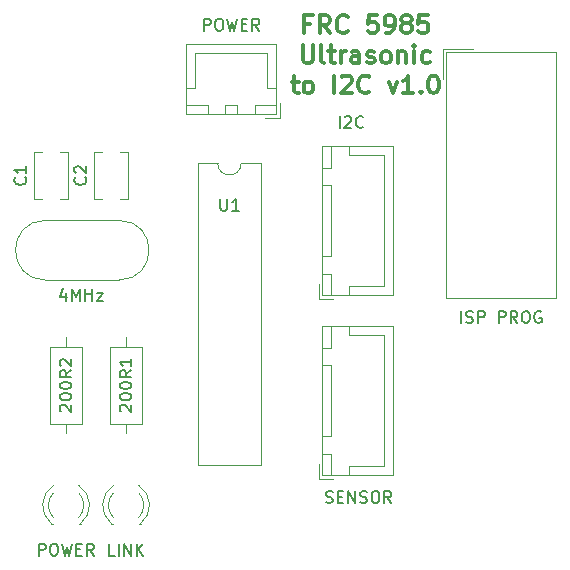
<source format=gbr>
G04 #@! TF.GenerationSoftware,KiCad,Pcbnew,(5.1.5)-3*
G04 #@! TF.CreationDate,2020-02-09T11:05:27+11:00*
G04 #@! TF.ProjectId,US_Board1,55535f42-6f61-4726-9431-2e6b69636164,rev?*
G04 #@! TF.SameCoordinates,Original*
G04 #@! TF.FileFunction,Legend,Top*
G04 #@! TF.FilePolarity,Positive*
%FSLAX46Y46*%
G04 Gerber Fmt 4.6, Leading zero omitted, Abs format (unit mm)*
G04 Created by KiCad (PCBNEW (5.1.5)-3) date 2020-02-09 11:05:27*
%MOMM*%
%LPD*%
G04 APERTURE LIST*
%ADD10C,0.300000*%
%ADD11C,0.120000*%
%ADD12C,0.150000*%
G04 APERTURE END LIST*
D10*
X148955714Y-76082857D02*
X148455714Y-76082857D01*
X148455714Y-76868571D02*
X148455714Y-75368571D01*
X149170000Y-75368571D01*
X150598571Y-76868571D02*
X150098571Y-76154285D01*
X149741428Y-76868571D02*
X149741428Y-75368571D01*
X150312857Y-75368571D01*
X150455714Y-75440000D01*
X150527142Y-75511428D01*
X150598571Y-75654285D01*
X150598571Y-75868571D01*
X150527142Y-76011428D01*
X150455714Y-76082857D01*
X150312857Y-76154285D01*
X149741428Y-76154285D01*
X152098571Y-76725714D02*
X152027142Y-76797142D01*
X151812857Y-76868571D01*
X151670000Y-76868571D01*
X151455714Y-76797142D01*
X151312857Y-76654285D01*
X151241428Y-76511428D01*
X151170000Y-76225714D01*
X151170000Y-76011428D01*
X151241428Y-75725714D01*
X151312857Y-75582857D01*
X151455714Y-75440000D01*
X151670000Y-75368571D01*
X151812857Y-75368571D01*
X152027142Y-75440000D01*
X152098571Y-75511428D01*
X154598571Y-75368571D02*
X153884285Y-75368571D01*
X153812857Y-76082857D01*
X153884285Y-76011428D01*
X154027142Y-75940000D01*
X154384285Y-75940000D01*
X154527142Y-76011428D01*
X154598571Y-76082857D01*
X154670000Y-76225714D01*
X154670000Y-76582857D01*
X154598571Y-76725714D01*
X154527142Y-76797142D01*
X154384285Y-76868571D01*
X154027142Y-76868571D01*
X153884285Y-76797142D01*
X153812857Y-76725714D01*
X155384285Y-76868571D02*
X155670000Y-76868571D01*
X155812857Y-76797142D01*
X155884285Y-76725714D01*
X156027142Y-76511428D01*
X156098571Y-76225714D01*
X156098571Y-75654285D01*
X156027142Y-75511428D01*
X155955714Y-75440000D01*
X155812857Y-75368571D01*
X155527142Y-75368571D01*
X155384285Y-75440000D01*
X155312857Y-75511428D01*
X155241428Y-75654285D01*
X155241428Y-76011428D01*
X155312857Y-76154285D01*
X155384285Y-76225714D01*
X155527142Y-76297142D01*
X155812857Y-76297142D01*
X155955714Y-76225714D01*
X156027142Y-76154285D01*
X156098571Y-76011428D01*
X156955714Y-76011428D02*
X156812857Y-75940000D01*
X156741428Y-75868571D01*
X156670000Y-75725714D01*
X156670000Y-75654285D01*
X156741428Y-75511428D01*
X156812857Y-75440000D01*
X156955714Y-75368571D01*
X157241428Y-75368571D01*
X157384285Y-75440000D01*
X157455714Y-75511428D01*
X157527142Y-75654285D01*
X157527142Y-75725714D01*
X157455714Y-75868571D01*
X157384285Y-75940000D01*
X157241428Y-76011428D01*
X156955714Y-76011428D01*
X156812857Y-76082857D01*
X156741428Y-76154285D01*
X156670000Y-76297142D01*
X156670000Y-76582857D01*
X156741428Y-76725714D01*
X156812857Y-76797142D01*
X156955714Y-76868571D01*
X157241428Y-76868571D01*
X157384285Y-76797142D01*
X157455714Y-76725714D01*
X157527142Y-76582857D01*
X157527142Y-76297142D01*
X157455714Y-76154285D01*
X157384285Y-76082857D01*
X157241428Y-76011428D01*
X158884285Y-75368571D02*
X158170000Y-75368571D01*
X158098571Y-76082857D01*
X158170000Y-76011428D01*
X158312857Y-75940000D01*
X158670000Y-75940000D01*
X158812857Y-76011428D01*
X158884285Y-76082857D01*
X158955714Y-76225714D01*
X158955714Y-76582857D01*
X158884285Y-76725714D01*
X158812857Y-76797142D01*
X158670000Y-76868571D01*
X158312857Y-76868571D01*
X158170000Y-76797142D01*
X158098571Y-76725714D01*
X148312857Y-77918571D02*
X148312857Y-79132857D01*
X148384285Y-79275714D01*
X148455714Y-79347142D01*
X148598571Y-79418571D01*
X148884285Y-79418571D01*
X149027142Y-79347142D01*
X149098571Y-79275714D01*
X149170000Y-79132857D01*
X149170000Y-77918571D01*
X150098571Y-79418571D02*
X149955714Y-79347142D01*
X149884285Y-79204285D01*
X149884285Y-77918571D01*
X150455714Y-78418571D02*
X151027142Y-78418571D01*
X150670000Y-77918571D02*
X150670000Y-79204285D01*
X150741428Y-79347142D01*
X150884285Y-79418571D01*
X151027142Y-79418571D01*
X151527142Y-79418571D02*
X151527142Y-78418571D01*
X151527142Y-78704285D02*
X151598571Y-78561428D01*
X151670000Y-78490000D01*
X151812857Y-78418571D01*
X151955714Y-78418571D01*
X153098571Y-79418571D02*
X153098571Y-78632857D01*
X153027142Y-78490000D01*
X152884285Y-78418571D01*
X152598571Y-78418571D01*
X152455714Y-78490000D01*
X153098571Y-79347142D02*
X152955714Y-79418571D01*
X152598571Y-79418571D01*
X152455714Y-79347142D01*
X152384285Y-79204285D01*
X152384285Y-79061428D01*
X152455714Y-78918571D01*
X152598571Y-78847142D01*
X152955714Y-78847142D01*
X153098571Y-78775714D01*
X153741428Y-79347142D02*
X153884285Y-79418571D01*
X154170000Y-79418571D01*
X154312857Y-79347142D01*
X154384285Y-79204285D01*
X154384285Y-79132857D01*
X154312857Y-78990000D01*
X154170000Y-78918571D01*
X153955714Y-78918571D01*
X153812857Y-78847142D01*
X153741428Y-78704285D01*
X153741428Y-78632857D01*
X153812857Y-78490000D01*
X153955714Y-78418571D01*
X154170000Y-78418571D01*
X154312857Y-78490000D01*
X155241428Y-79418571D02*
X155098571Y-79347142D01*
X155027142Y-79275714D01*
X154955714Y-79132857D01*
X154955714Y-78704285D01*
X155027142Y-78561428D01*
X155098571Y-78490000D01*
X155241428Y-78418571D01*
X155455714Y-78418571D01*
X155598571Y-78490000D01*
X155670000Y-78561428D01*
X155741428Y-78704285D01*
X155741428Y-79132857D01*
X155670000Y-79275714D01*
X155598571Y-79347142D01*
X155455714Y-79418571D01*
X155241428Y-79418571D01*
X156384285Y-78418571D02*
X156384285Y-79418571D01*
X156384285Y-78561428D02*
X156455714Y-78490000D01*
X156598571Y-78418571D01*
X156812857Y-78418571D01*
X156955714Y-78490000D01*
X157027142Y-78632857D01*
X157027142Y-79418571D01*
X157741428Y-79418571D02*
X157741428Y-78418571D01*
X157741428Y-77918571D02*
X157670000Y-77990000D01*
X157741428Y-78061428D01*
X157812857Y-77990000D01*
X157741428Y-77918571D01*
X157741428Y-78061428D01*
X159098571Y-79347142D02*
X158955714Y-79418571D01*
X158670000Y-79418571D01*
X158527142Y-79347142D01*
X158455714Y-79275714D01*
X158384285Y-79132857D01*
X158384285Y-78704285D01*
X158455714Y-78561428D01*
X158527142Y-78490000D01*
X158670000Y-78418571D01*
X158955714Y-78418571D01*
X159098571Y-78490000D01*
X147384285Y-80968571D02*
X147955714Y-80968571D01*
X147598571Y-80468571D02*
X147598571Y-81754285D01*
X147670000Y-81897142D01*
X147812857Y-81968571D01*
X147955714Y-81968571D01*
X148670000Y-81968571D02*
X148527142Y-81897142D01*
X148455714Y-81825714D01*
X148384285Y-81682857D01*
X148384285Y-81254285D01*
X148455714Y-81111428D01*
X148527142Y-81040000D01*
X148670000Y-80968571D01*
X148884285Y-80968571D01*
X149027142Y-81040000D01*
X149098571Y-81111428D01*
X149170000Y-81254285D01*
X149170000Y-81682857D01*
X149098571Y-81825714D01*
X149027142Y-81897142D01*
X148884285Y-81968571D01*
X148670000Y-81968571D01*
X150955714Y-81968571D02*
X150955714Y-80468571D01*
X151598571Y-80611428D02*
X151670000Y-80540000D01*
X151812857Y-80468571D01*
X152170000Y-80468571D01*
X152312857Y-80540000D01*
X152384285Y-80611428D01*
X152455714Y-80754285D01*
X152455714Y-80897142D01*
X152384285Y-81111428D01*
X151527142Y-81968571D01*
X152455714Y-81968571D01*
X153955714Y-81825714D02*
X153884285Y-81897142D01*
X153670000Y-81968571D01*
X153527142Y-81968571D01*
X153312857Y-81897142D01*
X153170000Y-81754285D01*
X153098571Y-81611428D01*
X153027142Y-81325714D01*
X153027142Y-81111428D01*
X153098571Y-80825714D01*
X153170000Y-80682857D01*
X153312857Y-80540000D01*
X153527142Y-80468571D01*
X153670000Y-80468571D01*
X153884285Y-80540000D01*
X153955714Y-80611428D01*
X155598571Y-80968571D02*
X155955714Y-81968571D01*
X156312857Y-80968571D01*
X157670000Y-81968571D02*
X156812857Y-81968571D01*
X157241428Y-81968571D02*
X157241428Y-80468571D01*
X157098571Y-80682857D01*
X156955714Y-80825714D01*
X156812857Y-80897142D01*
X158312857Y-81825714D02*
X158384285Y-81897142D01*
X158312857Y-81968571D01*
X158241428Y-81897142D01*
X158312857Y-81825714D01*
X158312857Y-81968571D01*
X159312857Y-80468571D02*
X159455714Y-80468571D01*
X159598571Y-80540000D01*
X159670000Y-80611428D01*
X159741428Y-80754285D01*
X159812857Y-81040000D01*
X159812857Y-81397142D01*
X159741428Y-81682857D01*
X159670000Y-81825714D01*
X159598571Y-81897142D01*
X159455714Y-81968571D01*
X159312857Y-81968571D01*
X159170000Y-81897142D01*
X159098571Y-81825714D01*
X159027142Y-81682857D01*
X158955714Y-81397142D01*
X158955714Y-81040000D01*
X159027142Y-80754285D01*
X159098571Y-80611428D01*
X159170000Y-80540000D01*
X159312857Y-80468571D01*
D11*
X128270000Y-102640000D02*
X128270000Y-103410000D01*
X128270000Y-110720000D02*
X128270000Y-109950000D01*
X126900000Y-103410000D02*
X126900000Y-109950000D01*
X129640000Y-103410000D02*
X126900000Y-103410000D01*
X129640000Y-109950000D02*
X129640000Y-103410000D01*
X126900000Y-109950000D02*
X129640000Y-109950000D01*
X131980000Y-109950000D02*
X134720000Y-109950000D01*
X134720000Y-109950000D02*
X134720000Y-103410000D01*
X134720000Y-103410000D02*
X131980000Y-103410000D01*
X131980000Y-103410000D02*
X131980000Y-109950000D01*
X133350000Y-110720000D02*
X133350000Y-109950000D01*
X133350000Y-102640000D02*
X133350000Y-103410000D01*
X126515000Y-92725000D02*
X132765000Y-92725000D01*
X126515000Y-97775000D02*
X132765000Y-97775000D01*
X126515000Y-97775000D02*
G75*
G02X126515000Y-92725000I0J2525000D01*
G01*
X132765000Y-97775000D02*
G75*
G03X132765000Y-92725000I0J2525000D01*
G01*
X125580000Y-90940000D02*
X125580000Y-86900000D01*
X128420000Y-90940000D02*
X128420000Y-86900000D01*
X125580000Y-90940000D02*
X126205000Y-90940000D01*
X127795000Y-90940000D02*
X128420000Y-90940000D01*
X125580000Y-86900000D02*
X126205000Y-86900000D01*
X127795000Y-86900000D02*
X128420000Y-86900000D01*
X132875000Y-86900000D02*
X133500000Y-86900000D01*
X130660000Y-86900000D02*
X131285000Y-86900000D01*
X132875000Y-90940000D02*
X133500000Y-90940000D01*
X130660000Y-90940000D02*
X131285000Y-90940000D01*
X133500000Y-90940000D02*
X133500000Y-86900000D01*
X130660000Y-90940000D02*
X130660000Y-86900000D01*
X149940000Y-99080000D02*
X155910000Y-99080000D01*
X155910000Y-99080000D02*
X155910000Y-86460000D01*
X155910000Y-86460000D02*
X149940000Y-86460000D01*
X149940000Y-86460000D02*
X149940000Y-99080000D01*
X149950000Y-95770000D02*
X150700000Y-95770000D01*
X150700000Y-95770000D02*
X150700000Y-89770000D01*
X150700000Y-89770000D02*
X149950000Y-89770000D01*
X149950000Y-89770000D02*
X149950000Y-95770000D01*
X149950000Y-99070000D02*
X150700000Y-99070000D01*
X150700000Y-99070000D02*
X150700000Y-97270000D01*
X150700000Y-97270000D02*
X149950000Y-97270000D01*
X149950000Y-97270000D02*
X149950000Y-99070000D01*
X149950000Y-88270000D02*
X150700000Y-88270000D01*
X150700000Y-88270000D02*
X150700000Y-86470000D01*
X150700000Y-86470000D02*
X149950000Y-86470000D01*
X149950000Y-86470000D02*
X149950000Y-88270000D01*
X152200000Y-99070000D02*
X152200000Y-98320000D01*
X152200000Y-98320000D02*
X155150000Y-98320000D01*
X155150000Y-98320000D02*
X155150000Y-92770000D01*
X152200000Y-86470000D02*
X152200000Y-87220000D01*
X152200000Y-87220000D02*
X155150000Y-87220000D01*
X155150000Y-87220000D02*
X155150000Y-92770000D01*
X149650000Y-98120000D02*
X149650000Y-99370000D01*
X149650000Y-99370000D02*
X150900000Y-99370000D01*
X169775000Y-78470000D02*
X169775000Y-99330000D01*
X169775000Y-99330000D02*
X160425000Y-99330000D01*
X160425000Y-99330000D02*
X160425000Y-78470000D01*
X160425000Y-78470000D02*
X169775000Y-78470000D01*
X160175000Y-78220000D02*
X160175000Y-80760000D01*
X160175000Y-78220000D02*
X162715000Y-78220000D01*
X132271392Y-115167665D02*
G75*
G03X132114484Y-118400000I1078608J-1672335D01*
G01*
X134428608Y-115167665D02*
G75*
G02X134585516Y-118400000I-1078608J-1672335D01*
G01*
X132270163Y-115798870D02*
G75*
G03X132270000Y-117880961I1079837J-1041130D01*
G01*
X134429837Y-115798870D02*
G75*
G02X134430000Y-117880961I-1079837J-1041130D01*
G01*
X132114000Y-118400000D02*
X132270000Y-118400000D01*
X134430000Y-118400000D02*
X134586000Y-118400000D01*
X146070000Y-83740000D02*
X146070000Y-77770000D01*
X146070000Y-77770000D02*
X138450000Y-77770000D01*
X138450000Y-77770000D02*
X138450000Y-83740000D01*
X138450000Y-83740000D02*
X146070000Y-83740000D01*
X142760000Y-83730000D02*
X142760000Y-82980000D01*
X142760000Y-82980000D02*
X141760000Y-82980000D01*
X141760000Y-82980000D02*
X141760000Y-83730000D01*
X141760000Y-83730000D02*
X142760000Y-83730000D01*
X146060000Y-83730000D02*
X146060000Y-82980000D01*
X146060000Y-82980000D02*
X144260000Y-82980000D01*
X144260000Y-82980000D02*
X144260000Y-83730000D01*
X144260000Y-83730000D02*
X146060000Y-83730000D01*
X140260000Y-83730000D02*
X140260000Y-82980000D01*
X140260000Y-82980000D02*
X138460000Y-82980000D01*
X138460000Y-82980000D02*
X138460000Y-83730000D01*
X138460000Y-83730000D02*
X140260000Y-83730000D01*
X146060000Y-81480000D02*
X145310000Y-81480000D01*
X145310000Y-81480000D02*
X145310000Y-78530000D01*
X145310000Y-78530000D02*
X142260000Y-78530000D01*
X138460000Y-81480000D02*
X139210000Y-81480000D01*
X139210000Y-81480000D02*
X139210000Y-78530000D01*
X139210000Y-78530000D02*
X142260000Y-78530000D01*
X145110000Y-84030000D02*
X146360000Y-84030000D01*
X146360000Y-84030000D02*
X146360000Y-82780000D01*
X129350000Y-118400000D02*
X129506000Y-118400000D01*
X127034000Y-118400000D02*
X127190000Y-118400000D01*
X129349837Y-115798870D02*
G75*
G02X129350000Y-117880961I-1079837J-1041130D01*
G01*
X127190163Y-115798870D02*
G75*
G03X127190000Y-117880961I1079837J-1041130D01*
G01*
X129348608Y-115167665D02*
G75*
G02X129505516Y-118400000I-1078608J-1672335D01*
G01*
X127191392Y-115167665D02*
G75*
G03X127034484Y-118400000I1078608J-1672335D01*
G01*
X143095001Y-87875001D02*
G75*
G02X141095001Y-87875001I-1000000J0D01*
G01*
X141095001Y-87875001D02*
X139445001Y-87875001D01*
X139445001Y-87875001D02*
X139445001Y-113395001D01*
X139445001Y-113395001D02*
X144745001Y-113395001D01*
X144745001Y-113395001D02*
X144745001Y-87875001D01*
X144745001Y-87875001D02*
X143095001Y-87875001D01*
X149650000Y-114610000D02*
X150900000Y-114610000D01*
X149650000Y-113360000D02*
X149650000Y-114610000D01*
X155150000Y-102460000D02*
X155150000Y-108010000D01*
X152200000Y-102460000D02*
X155150000Y-102460000D01*
X152200000Y-101710000D02*
X152200000Y-102460000D01*
X155150000Y-113560000D02*
X155150000Y-108010000D01*
X152200000Y-113560000D02*
X155150000Y-113560000D01*
X152200000Y-114310000D02*
X152200000Y-113560000D01*
X149950000Y-101710000D02*
X149950000Y-103510000D01*
X150700000Y-101710000D02*
X149950000Y-101710000D01*
X150700000Y-103510000D02*
X150700000Y-101710000D01*
X149950000Y-103510000D02*
X150700000Y-103510000D01*
X149950000Y-112510000D02*
X149950000Y-114310000D01*
X150700000Y-112510000D02*
X149950000Y-112510000D01*
X150700000Y-114310000D02*
X150700000Y-112510000D01*
X149950000Y-114310000D02*
X150700000Y-114310000D01*
X149950000Y-105010000D02*
X149950000Y-111010000D01*
X150700000Y-105010000D02*
X149950000Y-105010000D01*
X150700000Y-111010000D02*
X150700000Y-105010000D01*
X149950000Y-111010000D02*
X150700000Y-111010000D01*
X149940000Y-101700000D02*
X149940000Y-114320000D01*
X155910000Y-101700000D02*
X149940000Y-101700000D01*
X155910000Y-114320000D02*
X155910000Y-101700000D01*
X149940000Y-114320000D02*
X155910000Y-114320000D01*
D12*
X127817619Y-108894285D02*
X127770000Y-108846666D01*
X127722380Y-108751428D01*
X127722380Y-108513333D01*
X127770000Y-108418095D01*
X127817619Y-108370476D01*
X127912857Y-108322857D01*
X128008095Y-108322857D01*
X128150952Y-108370476D01*
X128722380Y-108941904D01*
X128722380Y-108322857D01*
X127722380Y-107703809D02*
X127722380Y-107608571D01*
X127770000Y-107513333D01*
X127817619Y-107465714D01*
X127912857Y-107418095D01*
X128103333Y-107370476D01*
X128341428Y-107370476D01*
X128531904Y-107418095D01*
X128627142Y-107465714D01*
X128674761Y-107513333D01*
X128722380Y-107608571D01*
X128722380Y-107703809D01*
X128674761Y-107799047D01*
X128627142Y-107846666D01*
X128531904Y-107894285D01*
X128341428Y-107941904D01*
X128103333Y-107941904D01*
X127912857Y-107894285D01*
X127817619Y-107846666D01*
X127770000Y-107799047D01*
X127722380Y-107703809D01*
X127722380Y-106751428D02*
X127722380Y-106656190D01*
X127770000Y-106560952D01*
X127817619Y-106513333D01*
X127912857Y-106465714D01*
X128103333Y-106418095D01*
X128341428Y-106418095D01*
X128531904Y-106465714D01*
X128627142Y-106513333D01*
X128674761Y-106560952D01*
X128722380Y-106656190D01*
X128722380Y-106751428D01*
X128674761Y-106846666D01*
X128627142Y-106894285D01*
X128531904Y-106941904D01*
X128341428Y-106989523D01*
X128103333Y-106989523D01*
X127912857Y-106941904D01*
X127817619Y-106894285D01*
X127770000Y-106846666D01*
X127722380Y-106751428D01*
X128722380Y-105418095D02*
X128246190Y-105751428D01*
X128722380Y-105989523D02*
X127722380Y-105989523D01*
X127722380Y-105608571D01*
X127770000Y-105513333D01*
X127817619Y-105465714D01*
X127912857Y-105418095D01*
X128055714Y-105418095D01*
X128150952Y-105465714D01*
X128198571Y-105513333D01*
X128246190Y-105608571D01*
X128246190Y-105989523D01*
X127817619Y-105037142D02*
X127770000Y-104989523D01*
X127722380Y-104894285D01*
X127722380Y-104656190D01*
X127770000Y-104560952D01*
X127817619Y-104513333D01*
X127912857Y-104465714D01*
X128008095Y-104465714D01*
X128150952Y-104513333D01*
X128722380Y-105084761D01*
X128722380Y-104465714D01*
X132897619Y-108894285D02*
X132850000Y-108846666D01*
X132802380Y-108751428D01*
X132802380Y-108513333D01*
X132850000Y-108418095D01*
X132897619Y-108370476D01*
X132992857Y-108322857D01*
X133088095Y-108322857D01*
X133230952Y-108370476D01*
X133802380Y-108941904D01*
X133802380Y-108322857D01*
X132802380Y-107703809D02*
X132802380Y-107608571D01*
X132850000Y-107513333D01*
X132897619Y-107465714D01*
X132992857Y-107418095D01*
X133183333Y-107370476D01*
X133421428Y-107370476D01*
X133611904Y-107418095D01*
X133707142Y-107465714D01*
X133754761Y-107513333D01*
X133802380Y-107608571D01*
X133802380Y-107703809D01*
X133754761Y-107799047D01*
X133707142Y-107846666D01*
X133611904Y-107894285D01*
X133421428Y-107941904D01*
X133183333Y-107941904D01*
X132992857Y-107894285D01*
X132897619Y-107846666D01*
X132850000Y-107799047D01*
X132802380Y-107703809D01*
X132802380Y-106751428D02*
X132802380Y-106656190D01*
X132850000Y-106560952D01*
X132897619Y-106513333D01*
X132992857Y-106465714D01*
X133183333Y-106418095D01*
X133421428Y-106418095D01*
X133611904Y-106465714D01*
X133707142Y-106513333D01*
X133754761Y-106560952D01*
X133802380Y-106656190D01*
X133802380Y-106751428D01*
X133754761Y-106846666D01*
X133707142Y-106894285D01*
X133611904Y-106941904D01*
X133421428Y-106989523D01*
X133183333Y-106989523D01*
X132992857Y-106941904D01*
X132897619Y-106894285D01*
X132850000Y-106846666D01*
X132802380Y-106751428D01*
X133802380Y-105418095D02*
X133326190Y-105751428D01*
X133802380Y-105989523D02*
X132802380Y-105989523D01*
X132802380Y-105608571D01*
X132850000Y-105513333D01*
X132897619Y-105465714D01*
X132992857Y-105418095D01*
X133135714Y-105418095D01*
X133230952Y-105465714D01*
X133278571Y-105513333D01*
X133326190Y-105608571D01*
X133326190Y-105989523D01*
X133802380Y-104465714D02*
X133802380Y-105037142D01*
X133802380Y-104751428D02*
X132802380Y-104751428D01*
X132945238Y-104846666D01*
X133040476Y-104941904D01*
X133088095Y-105037142D01*
X128230476Y-98845714D02*
X128230476Y-99512380D01*
X127992380Y-98464761D02*
X127754285Y-99179047D01*
X128373333Y-99179047D01*
X128754285Y-99512380D02*
X128754285Y-98512380D01*
X129087619Y-99226666D01*
X129420952Y-98512380D01*
X129420952Y-99512380D01*
X129897142Y-99512380D02*
X129897142Y-98512380D01*
X129897142Y-98988571D02*
X130468571Y-98988571D01*
X130468571Y-99512380D02*
X130468571Y-98512380D01*
X130849523Y-98845714D02*
X131373333Y-98845714D01*
X130849523Y-99512380D01*
X131373333Y-99512380D01*
X124807142Y-89086666D02*
X124854761Y-89134285D01*
X124902380Y-89277142D01*
X124902380Y-89372380D01*
X124854761Y-89515238D01*
X124759523Y-89610476D01*
X124664285Y-89658095D01*
X124473809Y-89705714D01*
X124330952Y-89705714D01*
X124140476Y-89658095D01*
X124045238Y-89610476D01*
X123950000Y-89515238D01*
X123902380Y-89372380D01*
X123902380Y-89277142D01*
X123950000Y-89134285D01*
X123997619Y-89086666D01*
X124902380Y-88134285D02*
X124902380Y-88705714D01*
X124902380Y-88420000D02*
X123902380Y-88420000D01*
X124045238Y-88515238D01*
X124140476Y-88610476D01*
X124188095Y-88705714D01*
X129887142Y-89086666D02*
X129934761Y-89134285D01*
X129982380Y-89277142D01*
X129982380Y-89372380D01*
X129934761Y-89515238D01*
X129839523Y-89610476D01*
X129744285Y-89658095D01*
X129553809Y-89705714D01*
X129410952Y-89705714D01*
X129220476Y-89658095D01*
X129125238Y-89610476D01*
X129030000Y-89515238D01*
X128982380Y-89372380D01*
X128982380Y-89277142D01*
X129030000Y-89134285D01*
X129077619Y-89086666D01*
X129077619Y-88705714D02*
X129030000Y-88658095D01*
X128982380Y-88562857D01*
X128982380Y-88324761D01*
X129030000Y-88229523D01*
X129077619Y-88181904D01*
X129172857Y-88134285D01*
X129268095Y-88134285D01*
X129410952Y-88181904D01*
X129982380Y-88753333D01*
X129982380Y-88134285D01*
X151423809Y-84907380D02*
X151423809Y-83907380D01*
X151852380Y-84002619D02*
X151900000Y-83955000D01*
X151995238Y-83907380D01*
X152233333Y-83907380D01*
X152328571Y-83955000D01*
X152376190Y-84002619D01*
X152423809Y-84097857D01*
X152423809Y-84193095D01*
X152376190Y-84335952D01*
X151804761Y-84907380D01*
X152423809Y-84907380D01*
X153423809Y-84812142D02*
X153376190Y-84859761D01*
X153233333Y-84907380D01*
X153138095Y-84907380D01*
X152995238Y-84859761D01*
X152900000Y-84764523D01*
X152852380Y-84669285D01*
X152804761Y-84478809D01*
X152804761Y-84335952D01*
X152852380Y-84145476D01*
X152900000Y-84050238D01*
X152995238Y-83955000D01*
X153138095Y-83907380D01*
X153233333Y-83907380D01*
X153376190Y-83955000D01*
X153423809Y-84002619D01*
X161719047Y-101417380D02*
X161719047Y-100417380D01*
X162147619Y-101369761D02*
X162290476Y-101417380D01*
X162528571Y-101417380D01*
X162623809Y-101369761D01*
X162671428Y-101322142D01*
X162719047Y-101226904D01*
X162719047Y-101131666D01*
X162671428Y-101036428D01*
X162623809Y-100988809D01*
X162528571Y-100941190D01*
X162338095Y-100893571D01*
X162242857Y-100845952D01*
X162195238Y-100798333D01*
X162147619Y-100703095D01*
X162147619Y-100607857D01*
X162195238Y-100512619D01*
X162242857Y-100465000D01*
X162338095Y-100417380D01*
X162576190Y-100417380D01*
X162719047Y-100465000D01*
X163147619Y-101417380D02*
X163147619Y-100417380D01*
X163528571Y-100417380D01*
X163623809Y-100465000D01*
X163671428Y-100512619D01*
X163719047Y-100607857D01*
X163719047Y-100750714D01*
X163671428Y-100845952D01*
X163623809Y-100893571D01*
X163528571Y-100941190D01*
X163147619Y-100941190D01*
X164909523Y-101417380D02*
X164909523Y-100417380D01*
X165290476Y-100417380D01*
X165385714Y-100465000D01*
X165433333Y-100512619D01*
X165480952Y-100607857D01*
X165480952Y-100750714D01*
X165433333Y-100845952D01*
X165385714Y-100893571D01*
X165290476Y-100941190D01*
X164909523Y-100941190D01*
X166480952Y-101417380D02*
X166147619Y-100941190D01*
X165909523Y-101417380D02*
X165909523Y-100417380D01*
X166290476Y-100417380D01*
X166385714Y-100465000D01*
X166433333Y-100512619D01*
X166480952Y-100607857D01*
X166480952Y-100750714D01*
X166433333Y-100845952D01*
X166385714Y-100893571D01*
X166290476Y-100941190D01*
X165909523Y-100941190D01*
X167100000Y-100417380D02*
X167290476Y-100417380D01*
X167385714Y-100465000D01*
X167480952Y-100560238D01*
X167528571Y-100750714D01*
X167528571Y-101084047D01*
X167480952Y-101274523D01*
X167385714Y-101369761D01*
X167290476Y-101417380D01*
X167100000Y-101417380D01*
X167004761Y-101369761D01*
X166909523Y-101274523D01*
X166861904Y-101084047D01*
X166861904Y-100750714D01*
X166909523Y-100560238D01*
X167004761Y-100465000D01*
X167100000Y-100417380D01*
X168480952Y-100465000D02*
X168385714Y-100417380D01*
X168242857Y-100417380D01*
X168100000Y-100465000D01*
X168004761Y-100560238D01*
X167957142Y-100655476D01*
X167909523Y-100845952D01*
X167909523Y-100988809D01*
X167957142Y-101179285D01*
X168004761Y-101274523D01*
X168100000Y-101369761D01*
X168242857Y-101417380D01*
X168338095Y-101417380D01*
X168480952Y-101369761D01*
X168528571Y-101322142D01*
X168528571Y-100988809D01*
X168338095Y-100988809D01*
X132397619Y-121102380D02*
X131921428Y-121102380D01*
X131921428Y-120102380D01*
X132730952Y-121102380D02*
X132730952Y-120102380D01*
X133207142Y-121102380D02*
X133207142Y-120102380D01*
X133778571Y-121102380D01*
X133778571Y-120102380D01*
X134254761Y-121102380D02*
X134254761Y-120102380D01*
X134826190Y-121102380D02*
X134397619Y-120530952D01*
X134826190Y-120102380D02*
X134254761Y-120673809D01*
X139950476Y-76652380D02*
X139950476Y-75652380D01*
X140331428Y-75652380D01*
X140426666Y-75700000D01*
X140474285Y-75747619D01*
X140521904Y-75842857D01*
X140521904Y-75985714D01*
X140474285Y-76080952D01*
X140426666Y-76128571D01*
X140331428Y-76176190D01*
X139950476Y-76176190D01*
X141140952Y-75652380D02*
X141331428Y-75652380D01*
X141426666Y-75700000D01*
X141521904Y-75795238D01*
X141569523Y-75985714D01*
X141569523Y-76319047D01*
X141521904Y-76509523D01*
X141426666Y-76604761D01*
X141331428Y-76652380D01*
X141140952Y-76652380D01*
X141045714Y-76604761D01*
X140950476Y-76509523D01*
X140902857Y-76319047D01*
X140902857Y-75985714D01*
X140950476Y-75795238D01*
X141045714Y-75700000D01*
X141140952Y-75652380D01*
X141902857Y-75652380D02*
X142140952Y-76652380D01*
X142331428Y-75938095D01*
X142521904Y-76652380D01*
X142760000Y-75652380D01*
X143140952Y-76128571D02*
X143474285Y-76128571D01*
X143617142Y-76652380D02*
X143140952Y-76652380D01*
X143140952Y-75652380D01*
X143617142Y-75652380D01*
X144617142Y-76652380D02*
X144283809Y-76176190D01*
X144045714Y-76652380D02*
X144045714Y-75652380D01*
X144426666Y-75652380D01*
X144521904Y-75700000D01*
X144569523Y-75747619D01*
X144617142Y-75842857D01*
X144617142Y-75985714D01*
X144569523Y-76080952D01*
X144521904Y-76128571D01*
X144426666Y-76176190D01*
X144045714Y-76176190D01*
X125960476Y-121102380D02*
X125960476Y-120102380D01*
X126341428Y-120102380D01*
X126436666Y-120150000D01*
X126484285Y-120197619D01*
X126531904Y-120292857D01*
X126531904Y-120435714D01*
X126484285Y-120530952D01*
X126436666Y-120578571D01*
X126341428Y-120626190D01*
X125960476Y-120626190D01*
X127150952Y-120102380D02*
X127341428Y-120102380D01*
X127436666Y-120150000D01*
X127531904Y-120245238D01*
X127579523Y-120435714D01*
X127579523Y-120769047D01*
X127531904Y-120959523D01*
X127436666Y-121054761D01*
X127341428Y-121102380D01*
X127150952Y-121102380D01*
X127055714Y-121054761D01*
X126960476Y-120959523D01*
X126912857Y-120769047D01*
X126912857Y-120435714D01*
X126960476Y-120245238D01*
X127055714Y-120150000D01*
X127150952Y-120102380D01*
X127912857Y-120102380D02*
X128150952Y-121102380D01*
X128341428Y-120388095D01*
X128531904Y-121102380D01*
X128770000Y-120102380D01*
X129150952Y-120578571D02*
X129484285Y-120578571D01*
X129627142Y-121102380D02*
X129150952Y-121102380D01*
X129150952Y-120102380D01*
X129627142Y-120102380D01*
X130627142Y-121102380D02*
X130293809Y-120626190D01*
X130055714Y-121102380D02*
X130055714Y-120102380D01*
X130436666Y-120102380D01*
X130531904Y-120150000D01*
X130579523Y-120197619D01*
X130627142Y-120292857D01*
X130627142Y-120435714D01*
X130579523Y-120530952D01*
X130531904Y-120578571D01*
X130436666Y-120626190D01*
X130055714Y-120626190D01*
X141333096Y-90892380D02*
X141333096Y-91701904D01*
X141380715Y-91797142D01*
X141428334Y-91844761D01*
X141523572Y-91892380D01*
X141714048Y-91892380D01*
X141809286Y-91844761D01*
X141856905Y-91797142D01*
X141904524Y-91701904D01*
X141904524Y-90892380D01*
X142904524Y-91892380D02*
X142333096Y-91892380D01*
X142618810Y-91892380D02*
X142618810Y-90892380D01*
X142523572Y-91035238D01*
X142428334Y-91130476D01*
X142333096Y-91178095D01*
X150273095Y-116609761D02*
X150415952Y-116657380D01*
X150654047Y-116657380D01*
X150749285Y-116609761D01*
X150796904Y-116562142D01*
X150844523Y-116466904D01*
X150844523Y-116371666D01*
X150796904Y-116276428D01*
X150749285Y-116228809D01*
X150654047Y-116181190D01*
X150463571Y-116133571D01*
X150368333Y-116085952D01*
X150320714Y-116038333D01*
X150273095Y-115943095D01*
X150273095Y-115847857D01*
X150320714Y-115752619D01*
X150368333Y-115705000D01*
X150463571Y-115657380D01*
X150701666Y-115657380D01*
X150844523Y-115705000D01*
X151273095Y-116133571D02*
X151606428Y-116133571D01*
X151749285Y-116657380D02*
X151273095Y-116657380D01*
X151273095Y-115657380D01*
X151749285Y-115657380D01*
X152177857Y-116657380D02*
X152177857Y-115657380D01*
X152749285Y-116657380D01*
X152749285Y-115657380D01*
X153177857Y-116609761D02*
X153320714Y-116657380D01*
X153558809Y-116657380D01*
X153654047Y-116609761D01*
X153701666Y-116562142D01*
X153749285Y-116466904D01*
X153749285Y-116371666D01*
X153701666Y-116276428D01*
X153654047Y-116228809D01*
X153558809Y-116181190D01*
X153368333Y-116133571D01*
X153273095Y-116085952D01*
X153225476Y-116038333D01*
X153177857Y-115943095D01*
X153177857Y-115847857D01*
X153225476Y-115752619D01*
X153273095Y-115705000D01*
X153368333Y-115657380D01*
X153606428Y-115657380D01*
X153749285Y-115705000D01*
X154368333Y-115657380D02*
X154558809Y-115657380D01*
X154654047Y-115705000D01*
X154749285Y-115800238D01*
X154796904Y-115990714D01*
X154796904Y-116324047D01*
X154749285Y-116514523D01*
X154654047Y-116609761D01*
X154558809Y-116657380D01*
X154368333Y-116657380D01*
X154273095Y-116609761D01*
X154177857Y-116514523D01*
X154130238Y-116324047D01*
X154130238Y-115990714D01*
X154177857Y-115800238D01*
X154273095Y-115705000D01*
X154368333Y-115657380D01*
X155796904Y-116657380D02*
X155463571Y-116181190D01*
X155225476Y-116657380D02*
X155225476Y-115657380D01*
X155606428Y-115657380D01*
X155701666Y-115705000D01*
X155749285Y-115752619D01*
X155796904Y-115847857D01*
X155796904Y-115990714D01*
X155749285Y-116085952D01*
X155701666Y-116133571D01*
X155606428Y-116181190D01*
X155225476Y-116181190D01*
M02*

</source>
